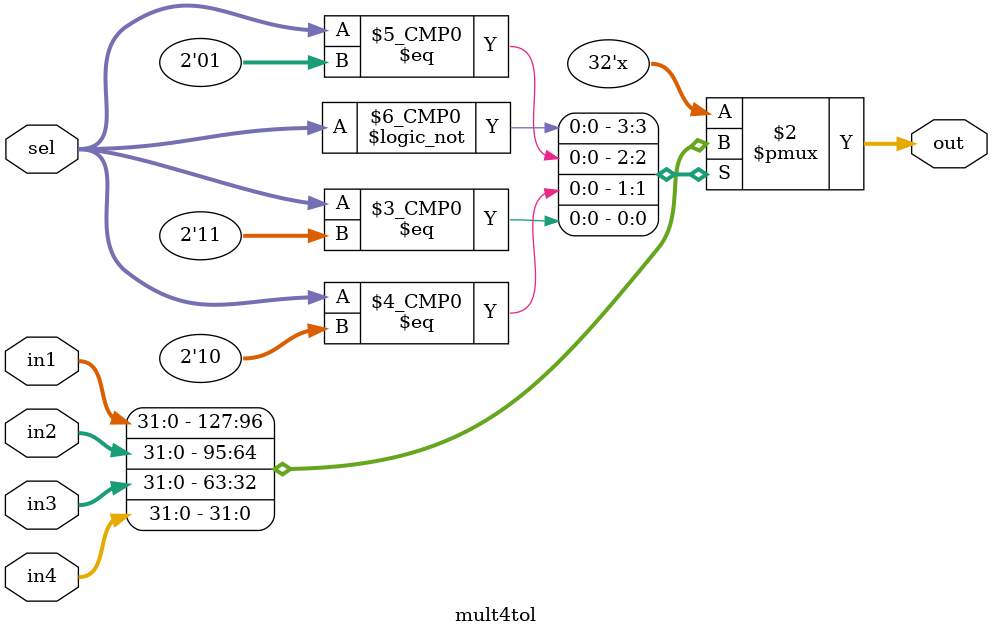
<source format=v>

module mult4tol (in1,in2,in3,in4,sel,out);
	input [31:0] in1, in2, in3, in4; //four 32-bit inputs
	input [1:0] sel; //selector signal
	output reg [31:0] out; // 32-bit output
	always @(in1, in2, in3, in4, sel) begin
		case(sel) //4->1 multiplexor inputs on a and b
			2'b00 : out = in1;
			2'b01 : out = in2;
			2'b10 : out = in3;
			2'b11 : out = in4;
		endcase
	end
endmodule
</source>
